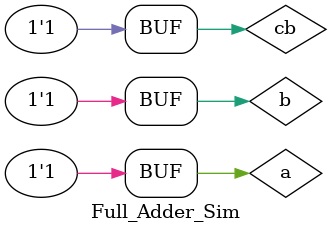
<source format=v>
`timescale 1ns / 1ps


module Full_Adder_Sim();
reg a,b,cb;
wire s,cf;
 FullAdder fulladder(.a(a),.b(b),.cb(cb),.s(s),.cf(cf));
 initial
 begin
 a = 0;
 b = 0;
 cb = 0;
 #50
 a = 0;
 b = 1;
 cb =0;
 #50
 a = 1;
 b = 0;
 cb = 0;
 #50
 a = 1;
 b = 1;
 cb = 0;
 #50
 a = 1;
 b = 0;
 cb = 1;
 #50
 a = 1;
 b = 1;
 cb = 1;
 end
endmodule

</source>
